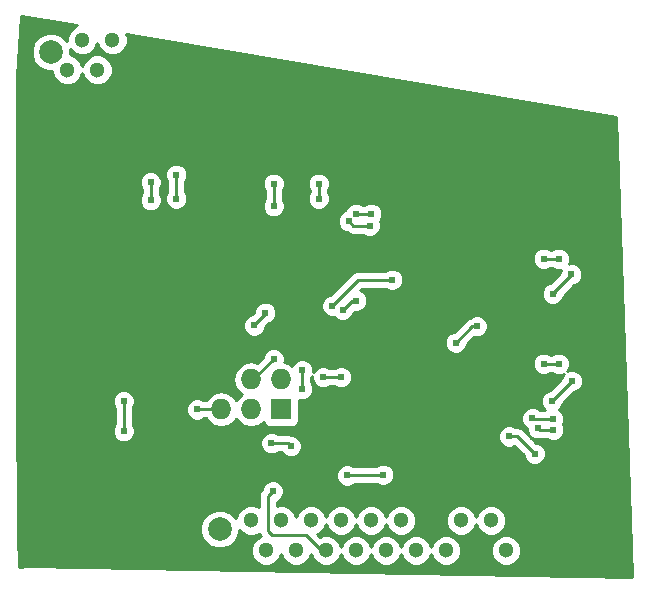
<source format=gbr>
G04 #@! TF.FileFunction,Copper,L2,Bot,Signal*
%FSLAX46Y46*%
G04 Gerber Fmt 4.6, Leading zero omitted, Abs format (unit mm)*
G04 Created by KiCad (PCBNEW 4.0.7-e2-6376~58~ubuntu16.04.1) date Sun Feb 11 11:03:39 2018*
%MOMM*%
%LPD*%
G01*
G04 APERTURE LIST*
%ADD10C,0.100000*%
%ADD11R,1.727200X1.727200*%
%ADD12O,1.727200X1.727200*%
%ADD13C,1.300000*%
%ADD14C,2.000000*%
%ADD15C,0.609600*%
%ADD16C,0.254000*%
G04 APERTURE END LIST*
D10*
D11*
X119380000Y-79438500D03*
D12*
X119380000Y-76898500D03*
X116840000Y-79438500D03*
X116840000Y-76898500D03*
X114300000Y-79438500D03*
X114300000Y-76898500D03*
D13*
X120650000Y-91376500D03*
X118110000Y-91376500D03*
X115570000Y-91376500D03*
X123190000Y-91376500D03*
X116840000Y-88836500D03*
X119380000Y-88836500D03*
X121920000Y-88836500D03*
X124460000Y-88836500D03*
X125730000Y-91376500D03*
X127000000Y-88836500D03*
X128270000Y-91376500D03*
X129540000Y-88836500D03*
X130810000Y-91376500D03*
X132080000Y-88836500D03*
X133350000Y-91376500D03*
X134620000Y-88836500D03*
X135890000Y-91376500D03*
X137160000Y-88836500D03*
X138430000Y-91376500D03*
X139700000Y-88836500D03*
D14*
X114170000Y-89576500D03*
D13*
X103822500Y-50673000D03*
X101282500Y-50673000D03*
X102552500Y-48133000D03*
X105092500Y-48133000D03*
D14*
X99882500Y-49173000D03*
D15*
X119380000Y-76771500D03*
X103378000Y-86868000D03*
X134683500Y-54229000D03*
X146685000Y-77343000D03*
X127190500Y-58166000D03*
X147066000Y-68008500D03*
X101346000Y-63182500D03*
X102997000Y-67627500D03*
X102171500Y-65341500D03*
X117983000Y-66167000D03*
X117856000Y-56642000D03*
X124968000Y-61976000D03*
X127508000Y-72898000D03*
X113665000Y-60325000D03*
X111950500Y-83820000D03*
X103505000Y-79375000D03*
X110490000Y-73660000D03*
X114300000Y-71120000D03*
X119380000Y-72390000D03*
X127635000Y-80645000D03*
X133985000Y-82550000D03*
X140970000Y-71120000D03*
X136525000Y-64135000D03*
X140335000Y-65405000D03*
X122555000Y-55880000D03*
X142875000Y-57150000D03*
X140335000Y-55880000D03*
X137795000Y-55245000D03*
X108585000Y-67945000D03*
X106680000Y-60960000D03*
X113030000Y-53975000D03*
X113665000Y-66675000D03*
X125730000Y-70231000D03*
X124587000Y-70993000D03*
X121158000Y-76136500D03*
X121158000Y-77724000D03*
X128778000Y-68453000D03*
X123698000Y-70675500D03*
X118745000Y-75184000D03*
X124460000Y-76708000D03*
X122936000Y-76708000D03*
X135953500Y-72390000D03*
X134175500Y-73787000D03*
X128016000Y-84963000D03*
X124968000Y-85026500D03*
X118554500Y-82296000D03*
X120205500Y-82550000D03*
X140843000Y-83185000D03*
X138684000Y-81724500D03*
X142875000Y-75565000D03*
X141605000Y-75565000D03*
X142875000Y-66675000D03*
X141605000Y-66675000D03*
X127000000Y-62865000D03*
X125730000Y-62865000D03*
X118745000Y-62230000D03*
X118745000Y-60325000D03*
X126873000Y-63881000D03*
X125095000Y-63500000D03*
X118681500Y-86360000D03*
X118046500Y-71247000D03*
X117094000Y-72326500D03*
X112268000Y-79438500D03*
X142430500Y-80264000D03*
X140652500Y-80200500D03*
X142303500Y-78740000D03*
X144018000Y-77025500D03*
X110490000Y-61595000D03*
X110490000Y-59563000D03*
X122555000Y-60325000D03*
X122555000Y-61595000D03*
X108331000Y-60198000D03*
X108331000Y-61722000D03*
X142430500Y-81153000D03*
X141097000Y-81026000D03*
X142367000Y-69659500D03*
X143954500Y-68008500D03*
X106045000Y-78740000D03*
X106045000Y-81280000D03*
D16*
X127600343Y-72990343D02*
X127635000Y-73025000D01*
X125349000Y-70231000D02*
X125730000Y-70231000D01*
X124587000Y-70993000D02*
X125349000Y-70231000D01*
X121158000Y-77724000D02*
X121158000Y-76136500D01*
X116840000Y-76898500D02*
X117030500Y-76898500D01*
X117030500Y-76898500D02*
X118745000Y-75184000D01*
X125920500Y-68453000D02*
X128778000Y-68453000D01*
X123698000Y-70675500D02*
X125920500Y-68453000D01*
X122936000Y-76708000D02*
X124460000Y-76708000D01*
X135572500Y-72390000D02*
X135953500Y-72390000D01*
X134175500Y-73787000D02*
X135572500Y-72390000D01*
X125031500Y-84963000D02*
X128016000Y-84963000D01*
X124968000Y-85026500D02*
X125031500Y-84963000D01*
X119951500Y-82296000D02*
X118554500Y-82296000D01*
X120205500Y-82550000D02*
X119951500Y-82296000D01*
X140843000Y-83185000D02*
X139382500Y-81724500D01*
X139382500Y-81724500D02*
X138684000Y-81724500D01*
X141605000Y-75565000D02*
X142875000Y-75565000D01*
X141605000Y-66675000D02*
X142875000Y-66675000D01*
X125730000Y-62865000D02*
X127000000Y-62865000D01*
X118745000Y-60325000D02*
X118745000Y-62230000D01*
X125476000Y-63881000D02*
X126873000Y-63881000D01*
X125095000Y-63500000D02*
X125476000Y-63881000D01*
X123190000Y-91376500D02*
X122745500Y-91376500D01*
X122745500Y-91376500D02*
X121475500Y-90106500D01*
X121475500Y-90106500D02*
X118618000Y-90106500D01*
X118618000Y-90106500D02*
X118237000Y-89725500D01*
X118237000Y-89725500D02*
X118237000Y-86804500D01*
X118237000Y-86804500D02*
X118681500Y-86360000D01*
X114300000Y-79438500D02*
X112268000Y-79438500D01*
X118046500Y-71374000D02*
X118046500Y-71247000D01*
X117094000Y-72326500D02*
X118046500Y-71374000D01*
X140716000Y-80264000D02*
X142430500Y-80264000D01*
X140652500Y-80200500D02*
X140716000Y-80264000D01*
X142303500Y-78740000D02*
X144018000Y-77025500D01*
X110490000Y-59563000D02*
X110490000Y-61595000D01*
X122555000Y-61595000D02*
X122555000Y-60325000D01*
X108331000Y-60198000D02*
X108331000Y-61722000D01*
X141224000Y-81153000D02*
X142430500Y-81153000D01*
X141097000Y-81026000D02*
X141224000Y-81153000D01*
X142367000Y-69659500D02*
X143954500Y-68072000D01*
X143954500Y-68072000D02*
X143954500Y-68008500D01*
X143954500Y-68008500D02*
X144018000Y-68008500D01*
X142303500Y-69659500D02*
X143954500Y-68008500D01*
X106045000Y-81280000D02*
X106045000Y-78740000D01*
G36*
X102106131Y-46927064D02*
X101825557Y-47042995D01*
X101463765Y-47404155D01*
X101267723Y-47876276D01*
X101267400Y-48246060D01*
X100809863Y-47787722D01*
X100209148Y-47538284D01*
X99558705Y-47537716D01*
X98957557Y-47786106D01*
X98497222Y-48245637D01*
X98247784Y-48846352D01*
X98247216Y-49496795D01*
X98495606Y-50097943D01*
X98955137Y-50558278D01*
X99555852Y-50807716D01*
X99997381Y-50808102D01*
X99997277Y-50927481D01*
X100192495Y-51399943D01*
X100553655Y-51761735D01*
X101025776Y-51957777D01*
X101536981Y-51958223D01*
X102009443Y-51763005D01*
X102371235Y-51401845D01*
X102552705Y-50964818D01*
X102732495Y-51399943D01*
X103093655Y-51761735D01*
X103565776Y-51957777D01*
X104076981Y-51958223D01*
X104549443Y-51763005D01*
X104911235Y-51401845D01*
X105107277Y-50929724D01*
X105107723Y-50418519D01*
X104912505Y-49946057D01*
X104551345Y-49584265D01*
X104079224Y-49388223D01*
X103568019Y-49387777D01*
X103095557Y-49582995D01*
X102733765Y-49944155D01*
X102552295Y-50381182D01*
X102372505Y-49946057D01*
X102011345Y-49584265D01*
X101539224Y-49388223D01*
X101517313Y-49388204D01*
X101517726Y-48915271D01*
X101823655Y-49221735D01*
X102295776Y-49417777D01*
X102806981Y-49418223D01*
X103279443Y-49223005D01*
X103641235Y-48861845D01*
X103822705Y-48424818D01*
X104002495Y-48859943D01*
X104363655Y-49221735D01*
X104835776Y-49417777D01*
X105346981Y-49418223D01*
X105819443Y-49223005D01*
X106181235Y-48861845D01*
X106377277Y-48389724D01*
X106377723Y-47878519D01*
X106279189Y-47640048D01*
X147704763Y-54717785D01*
X149093303Y-93660033D01*
X97919357Y-92710022D01*
X97907952Y-92710323D01*
X97153657Y-92764201D01*
X97125302Y-89900295D01*
X112534716Y-89900295D01*
X112783106Y-90501443D01*
X113242637Y-90961778D01*
X113843352Y-91211216D01*
X114493795Y-91211784D01*
X115094943Y-90963394D01*
X115555278Y-90503863D01*
X115804716Y-89903148D01*
X115804965Y-89618509D01*
X116111155Y-89925235D01*
X116583276Y-90121277D01*
X117094481Y-90121723D01*
X117518929Y-89946344D01*
X117533004Y-90017105D01*
X117592736Y-90106500D01*
X117641620Y-90179659D01*
X117383057Y-90286495D01*
X117021265Y-90647655D01*
X116825223Y-91119776D01*
X116824777Y-91630981D01*
X117019995Y-92103443D01*
X117381155Y-92465235D01*
X117853276Y-92661277D01*
X118364481Y-92661723D01*
X118836943Y-92466505D01*
X119198735Y-92105345D01*
X119380205Y-91668318D01*
X119559995Y-92103443D01*
X119921155Y-92465235D01*
X120393276Y-92661277D01*
X120904481Y-92661723D01*
X121376943Y-92466505D01*
X121738735Y-92105345D01*
X121920205Y-91668318D01*
X122099995Y-92103443D01*
X122461155Y-92465235D01*
X122933276Y-92661277D01*
X123444481Y-92661723D01*
X123916943Y-92466505D01*
X124278735Y-92105345D01*
X124460205Y-91668318D01*
X124639995Y-92103443D01*
X125001155Y-92465235D01*
X125473276Y-92661277D01*
X125984481Y-92661723D01*
X126456943Y-92466505D01*
X126818735Y-92105345D01*
X127000205Y-91668318D01*
X127179995Y-92103443D01*
X127541155Y-92465235D01*
X128013276Y-92661277D01*
X128524481Y-92661723D01*
X128996943Y-92466505D01*
X129358735Y-92105345D01*
X129540205Y-91668318D01*
X129719995Y-92103443D01*
X130081155Y-92465235D01*
X130553276Y-92661277D01*
X131064481Y-92661723D01*
X131536943Y-92466505D01*
X131898735Y-92105345D01*
X132080205Y-91668318D01*
X132259995Y-92103443D01*
X132621155Y-92465235D01*
X133093276Y-92661277D01*
X133604481Y-92661723D01*
X134076943Y-92466505D01*
X134438735Y-92105345D01*
X134634777Y-91633224D01*
X134634778Y-91630981D01*
X137144777Y-91630981D01*
X137339995Y-92103443D01*
X137701155Y-92465235D01*
X138173276Y-92661277D01*
X138684481Y-92661723D01*
X139156943Y-92466505D01*
X139518735Y-92105345D01*
X139714777Y-91633224D01*
X139715223Y-91122019D01*
X139520005Y-90649557D01*
X139158845Y-90287765D01*
X138686724Y-90091723D01*
X138175519Y-90091277D01*
X137703057Y-90286495D01*
X137341265Y-90647655D01*
X137145223Y-91119776D01*
X137144777Y-91630981D01*
X134634778Y-91630981D01*
X134635223Y-91122019D01*
X134440005Y-90649557D01*
X134078845Y-90287765D01*
X133606724Y-90091723D01*
X133095519Y-90091277D01*
X132623057Y-90286495D01*
X132261265Y-90647655D01*
X132079795Y-91084682D01*
X131900005Y-90649557D01*
X131538845Y-90287765D01*
X131066724Y-90091723D01*
X130555519Y-90091277D01*
X130083057Y-90286495D01*
X129721265Y-90647655D01*
X129539795Y-91084682D01*
X129360005Y-90649557D01*
X128998845Y-90287765D01*
X128526724Y-90091723D01*
X128015519Y-90091277D01*
X127543057Y-90286495D01*
X127181265Y-90647655D01*
X126999795Y-91084682D01*
X126820005Y-90649557D01*
X126458845Y-90287765D01*
X125986724Y-90091723D01*
X125475519Y-90091277D01*
X125003057Y-90286495D01*
X124641265Y-90647655D01*
X124459795Y-91084682D01*
X124280005Y-90649557D01*
X123918845Y-90287765D01*
X123446724Y-90091723D01*
X122935519Y-90091277D01*
X122654162Y-90207532D01*
X122453192Y-90006562D01*
X122646943Y-89926505D01*
X123008735Y-89565345D01*
X123190205Y-89128318D01*
X123369995Y-89563443D01*
X123731155Y-89925235D01*
X124203276Y-90121277D01*
X124714481Y-90121723D01*
X125186943Y-89926505D01*
X125548735Y-89565345D01*
X125730205Y-89128318D01*
X125909995Y-89563443D01*
X126271155Y-89925235D01*
X126743276Y-90121277D01*
X127254481Y-90121723D01*
X127726943Y-89926505D01*
X128088735Y-89565345D01*
X128270205Y-89128318D01*
X128449995Y-89563443D01*
X128811155Y-89925235D01*
X129283276Y-90121277D01*
X129794481Y-90121723D01*
X130266943Y-89926505D01*
X130628735Y-89565345D01*
X130824777Y-89093224D01*
X130824778Y-89090981D01*
X133334777Y-89090981D01*
X133529995Y-89563443D01*
X133891155Y-89925235D01*
X134363276Y-90121277D01*
X134874481Y-90121723D01*
X135346943Y-89926505D01*
X135708735Y-89565345D01*
X135890205Y-89128318D01*
X136069995Y-89563443D01*
X136431155Y-89925235D01*
X136903276Y-90121277D01*
X137414481Y-90121723D01*
X137886943Y-89926505D01*
X138248735Y-89565345D01*
X138444777Y-89093224D01*
X138445223Y-88582019D01*
X138250005Y-88109557D01*
X137888845Y-87747765D01*
X137416724Y-87551723D01*
X136905519Y-87551277D01*
X136433057Y-87746495D01*
X136071265Y-88107655D01*
X135889795Y-88544682D01*
X135710005Y-88109557D01*
X135348845Y-87747765D01*
X134876724Y-87551723D01*
X134365519Y-87551277D01*
X133893057Y-87746495D01*
X133531265Y-88107655D01*
X133335223Y-88579776D01*
X133334777Y-89090981D01*
X130824778Y-89090981D01*
X130825223Y-88582019D01*
X130630005Y-88109557D01*
X130268845Y-87747765D01*
X129796724Y-87551723D01*
X129285519Y-87551277D01*
X128813057Y-87746495D01*
X128451265Y-88107655D01*
X128269795Y-88544682D01*
X128090005Y-88109557D01*
X127728845Y-87747765D01*
X127256724Y-87551723D01*
X126745519Y-87551277D01*
X126273057Y-87746495D01*
X125911265Y-88107655D01*
X125729795Y-88544682D01*
X125550005Y-88109557D01*
X125188845Y-87747765D01*
X124716724Y-87551723D01*
X124205519Y-87551277D01*
X123733057Y-87746495D01*
X123371265Y-88107655D01*
X123189795Y-88544682D01*
X123010005Y-88109557D01*
X122648845Y-87747765D01*
X122176724Y-87551723D01*
X121665519Y-87551277D01*
X121193057Y-87746495D01*
X120831265Y-88107655D01*
X120649795Y-88544682D01*
X120470005Y-88109557D01*
X120108845Y-87747765D01*
X119636724Y-87551723D01*
X119125519Y-87551277D01*
X118999000Y-87603554D01*
X118999000Y-87245677D01*
X119213159Y-87157188D01*
X119477759Y-86893049D01*
X119621137Y-86547758D01*
X119621463Y-86173882D01*
X119478688Y-85828341D01*
X119214549Y-85563741D01*
X118869258Y-85420363D01*
X118495382Y-85420037D01*
X118149841Y-85562812D01*
X117885241Y-85826951D01*
X117741863Y-86172242D01*
X117741820Y-86222050D01*
X117698185Y-86265685D01*
X117533004Y-86512895D01*
X117475000Y-86804500D01*
X117475000Y-87708797D01*
X117096724Y-87551723D01*
X116585519Y-87551277D01*
X116113057Y-87746495D01*
X115751265Y-88107655D01*
X115555223Y-88579776D01*
X115555162Y-88649822D01*
X115097363Y-88191222D01*
X114496648Y-87941784D01*
X113846205Y-87941216D01*
X113245057Y-88189606D01*
X112784722Y-88649137D01*
X112535284Y-89249852D01*
X112534716Y-89900295D01*
X97125302Y-89900295D01*
X97078890Y-85212618D01*
X124028037Y-85212618D01*
X124170812Y-85558159D01*
X124434951Y-85822759D01*
X124780242Y-85966137D01*
X125154118Y-85966463D01*
X125499659Y-85823688D01*
X125598519Y-85725000D01*
X127448752Y-85725000D01*
X127482951Y-85759259D01*
X127828242Y-85902637D01*
X128202118Y-85902963D01*
X128547659Y-85760188D01*
X128812259Y-85496049D01*
X128955637Y-85150758D01*
X128955963Y-84776882D01*
X128813188Y-84431341D01*
X128549049Y-84166741D01*
X128203758Y-84023363D01*
X127829882Y-84023037D01*
X127484341Y-84165812D01*
X127449092Y-84201000D01*
X125430629Y-84201000D01*
X125155758Y-84086863D01*
X124781882Y-84086537D01*
X124436341Y-84229312D01*
X124171741Y-84493451D01*
X124028363Y-84838742D01*
X124028037Y-85212618D01*
X97078890Y-85212618D01*
X97051855Y-82482118D01*
X117614537Y-82482118D01*
X117757312Y-82827659D01*
X118021451Y-83092259D01*
X118366742Y-83235637D01*
X118740618Y-83235963D01*
X119086159Y-83093188D01*
X119121408Y-83058000D01*
X119398536Y-83058000D01*
X119408312Y-83081659D01*
X119672451Y-83346259D01*
X120017742Y-83489637D01*
X120391618Y-83489963D01*
X120737159Y-83347188D01*
X121001759Y-83083049D01*
X121145137Y-82737758D01*
X121145463Y-82363882D01*
X121002688Y-82018341D01*
X120895153Y-81910618D01*
X137744037Y-81910618D01*
X137886812Y-82256159D01*
X138150951Y-82520759D01*
X138496242Y-82664137D01*
X138870118Y-82664463D01*
X139135273Y-82554903D01*
X139903079Y-83322709D01*
X139903037Y-83371118D01*
X140045812Y-83716659D01*
X140309951Y-83981259D01*
X140655242Y-84124637D01*
X141029118Y-84124963D01*
X141374659Y-83982188D01*
X141639259Y-83718049D01*
X141782637Y-83372758D01*
X141782963Y-82998882D01*
X141640188Y-82653341D01*
X141376049Y-82388741D01*
X141030758Y-82245363D01*
X140980950Y-82245320D01*
X139921315Y-81185685D01*
X139674105Y-81020504D01*
X139382500Y-80962500D01*
X139251248Y-80962500D01*
X139217049Y-80928241D01*
X138871758Y-80784863D01*
X138497882Y-80784537D01*
X138152341Y-80927312D01*
X137887741Y-81191451D01*
X137744363Y-81536742D01*
X137744037Y-81910618D01*
X120895153Y-81910618D01*
X120738549Y-81753741D01*
X120393258Y-81610363D01*
X120270421Y-81610256D01*
X120243105Y-81592004D01*
X119951500Y-81534000D01*
X119121748Y-81534000D01*
X119087549Y-81499741D01*
X118742258Y-81356363D01*
X118368382Y-81356037D01*
X118022841Y-81498812D01*
X117758241Y-81762951D01*
X117614863Y-82108242D01*
X117614537Y-82482118D01*
X97051855Y-82482118D01*
X97016647Y-78926118D01*
X105105037Y-78926118D01*
X105247812Y-79271659D01*
X105283000Y-79306908D01*
X105283000Y-80712752D01*
X105248741Y-80746951D01*
X105105363Y-81092242D01*
X105105037Y-81466118D01*
X105247812Y-81811659D01*
X105511951Y-82076259D01*
X105857242Y-82219637D01*
X106231118Y-82219963D01*
X106576659Y-82077188D01*
X106841259Y-81813049D01*
X106984637Y-81467758D01*
X106984963Y-81093882D01*
X106842188Y-80748341D01*
X106807000Y-80713092D01*
X106807000Y-79624618D01*
X111328037Y-79624618D01*
X111470812Y-79970159D01*
X111734951Y-80234759D01*
X112080242Y-80378137D01*
X112454118Y-80378463D01*
X112799659Y-80235688D01*
X112834908Y-80200500D01*
X113021816Y-80200500D01*
X113240330Y-80527529D01*
X113726511Y-80852385D01*
X114300000Y-80966459D01*
X114873489Y-80852385D01*
X115359670Y-80527529D01*
X115570000Y-80212748D01*
X115780330Y-80527529D01*
X116266511Y-80852385D01*
X116840000Y-80966459D01*
X117413489Y-80852385D01*
X117899670Y-80527529D01*
X117908805Y-80513858D01*
X117913238Y-80537417D01*
X118052310Y-80753541D01*
X118264510Y-80898531D01*
X118516400Y-80949540D01*
X120243600Y-80949540D01*
X120478917Y-80905262D01*
X120695041Y-80766190D01*
X120840031Y-80553990D01*
X120873924Y-80386618D01*
X139712537Y-80386618D01*
X139855312Y-80732159D01*
X140119451Y-80996759D01*
X140157211Y-81012438D01*
X140157037Y-81212118D01*
X140299812Y-81557659D01*
X140563951Y-81822259D01*
X140909242Y-81965637D01*
X141283118Y-81965963D01*
X141406458Y-81915000D01*
X141863252Y-81915000D01*
X141897451Y-81949259D01*
X142242742Y-82092637D01*
X142616618Y-82092963D01*
X142962159Y-81950188D01*
X143226759Y-81686049D01*
X143370137Y-81340758D01*
X143370463Y-80966882D01*
X143263615Y-80708291D01*
X143370137Y-80451758D01*
X143370463Y-80077882D01*
X143227688Y-79732341D01*
X142963549Y-79467741D01*
X142922007Y-79450491D01*
X143099759Y-79273049D01*
X143243137Y-78927758D01*
X143243180Y-78877950D01*
X144155709Y-77965421D01*
X144204118Y-77965463D01*
X144549659Y-77822688D01*
X144814259Y-77558549D01*
X144957637Y-77213258D01*
X144957963Y-76839382D01*
X144815188Y-76493841D01*
X144551049Y-76229241D01*
X144205758Y-76085863D01*
X143831882Y-76085537D01*
X143579207Y-76189940D01*
X143671259Y-76098049D01*
X143814637Y-75752758D01*
X143814963Y-75378882D01*
X143672188Y-75033341D01*
X143408049Y-74768741D01*
X143062758Y-74625363D01*
X142688882Y-74625037D01*
X142343341Y-74767812D01*
X142308092Y-74803000D01*
X142172248Y-74803000D01*
X142138049Y-74768741D01*
X141792758Y-74625363D01*
X141418882Y-74625037D01*
X141073341Y-74767812D01*
X140808741Y-75031951D01*
X140665363Y-75377242D01*
X140665037Y-75751118D01*
X140807812Y-76096659D01*
X141071951Y-76361259D01*
X141417242Y-76504637D01*
X141791118Y-76504963D01*
X142136659Y-76362188D01*
X142171908Y-76327000D01*
X142307752Y-76327000D01*
X142341951Y-76361259D01*
X142687242Y-76504637D01*
X143061118Y-76504963D01*
X143313793Y-76400560D01*
X143221741Y-76492451D01*
X143078363Y-76837742D01*
X143078320Y-76887550D01*
X142165791Y-77800079D01*
X142117382Y-77800037D01*
X141771841Y-77942812D01*
X141507241Y-78206951D01*
X141363863Y-78552242D01*
X141363537Y-78926118D01*
X141506312Y-79271659D01*
X141736252Y-79502000D01*
X141283138Y-79502000D01*
X141185549Y-79404241D01*
X140840258Y-79260863D01*
X140466382Y-79260537D01*
X140120841Y-79403312D01*
X139856241Y-79667451D01*
X139712863Y-80012742D01*
X139712537Y-80386618D01*
X120873924Y-80386618D01*
X120891040Y-80302100D01*
X120891040Y-78630749D01*
X120970242Y-78663637D01*
X121344118Y-78663963D01*
X121689659Y-78521188D01*
X121954259Y-78257049D01*
X122097637Y-77911758D01*
X122097963Y-77537882D01*
X121955188Y-77192341D01*
X121920000Y-77157092D01*
X121920000Y-76703748D01*
X121954259Y-76669549D01*
X121996321Y-76568253D01*
X121996037Y-76894118D01*
X122138812Y-77239659D01*
X122402951Y-77504259D01*
X122748242Y-77647637D01*
X123122118Y-77647963D01*
X123467659Y-77505188D01*
X123502908Y-77470000D01*
X123892752Y-77470000D01*
X123926951Y-77504259D01*
X124272242Y-77647637D01*
X124646118Y-77647963D01*
X124991659Y-77505188D01*
X125256259Y-77241049D01*
X125399637Y-76895758D01*
X125399963Y-76521882D01*
X125257188Y-76176341D01*
X124993049Y-75911741D01*
X124647758Y-75768363D01*
X124273882Y-75768037D01*
X123928341Y-75910812D01*
X123893092Y-75946000D01*
X123503248Y-75946000D01*
X123469049Y-75911741D01*
X123123758Y-75768363D01*
X122749882Y-75768037D01*
X122404341Y-75910812D01*
X122139741Y-76174951D01*
X122097679Y-76276247D01*
X122097963Y-75950382D01*
X121955188Y-75604841D01*
X121691049Y-75340241D01*
X121345758Y-75196863D01*
X120971882Y-75196537D01*
X120626341Y-75339312D01*
X120361741Y-75603451D01*
X120311699Y-75723964D01*
X119953489Y-75484615D01*
X119661862Y-75426607D01*
X119684637Y-75371758D01*
X119684963Y-74997882D01*
X119542188Y-74652341D01*
X119278049Y-74387741D01*
X118932758Y-74244363D01*
X118558882Y-74244037D01*
X118213341Y-74386812D01*
X117948741Y-74650951D01*
X117805363Y-74996242D01*
X117805320Y-75046050D01*
X117374509Y-75476861D01*
X116840000Y-75370541D01*
X116266511Y-75484615D01*
X115780330Y-75809471D01*
X115455474Y-76295652D01*
X115341400Y-76869141D01*
X115341400Y-76927859D01*
X115455474Y-77501348D01*
X115780330Y-77987529D01*
X116051172Y-78168500D01*
X115780330Y-78349471D01*
X115570000Y-78664252D01*
X115359670Y-78349471D01*
X114873489Y-78024615D01*
X114300000Y-77910541D01*
X113726511Y-78024615D01*
X113240330Y-78349471D01*
X113021816Y-78676500D01*
X112835248Y-78676500D01*
X112801049Y-78642241D01*
X112455758Y-78498863D01*
X112081882Y-78498537D01*
X111736341Y-78641312D01*
X111471741Y-78905451D01*
X111328363Y-79250742D01*
X111328037Y-79624618D01*
X106807000Y-79624618D01*
X106807000Y-79307248D01*
X106841259Y-79273049D01*
X106984637Y-78927758D01*
X106984963Y-78553882D01*
X106842188Y-78208341D01*
X106578049Y-77943741D01*
X106232758Y-77800363D01*
X105858882Y-77800037D01*
X105513341Y-77942812D01*
X105248741Y-78206951D01*
X105105363Y-78552242D01*
X105105037Y-78926118D01*
X97016647Y-78926118D01*
X97014500Y-78709363D01*
X97014500Y-73973118D01*
X133235537Y-73973118D01*
X133378312Y-74318659D01*
X133642451Y-74583259D01*
X133987742Y-74726637D01*
X134361618Y-74726963D01*
X134707159Y-74584188D01*
X134971759Y-74320049D01*
X135115137Y-73974758D01*
X135115180Y-73924950D01*
X135726704Y-73313427D01*
X135765742Y-73329637D01*
X136139618Y-73329963D01*
X136485159Y-73187188D01*
X136749759Y-72923049D01*
X136893137Y-72577758D01*
X136893463Y-72203882D01*
X136750688Y-71858341D01*
X136486549Y-71593741D01*
X136141258Y-71450363D01*
X135767382Y-71450037D01*
X135421841Y-71592812D01*
X135340329Y-71674182D01*
X135280895Y-71686004D01*
X135033684Y-71851185D01*
X134037791Y-72847079D01*
X133989382Y-72847037D01*
X133643841Y-72989812D01*
X133379241Y-73253951D01*
X133235863Y-73599242D01*
X133235537Y-73973118D01*
X97014500Y-73973118D01*
X97014500Y-72512618D01*
X116154037Y-72512618D01*
X116296812Y-72858159D01*
X116560951Y-73122759D01*
X116906242Y-73266137D01*
X117280118Y-73266463D01*
X117625659Y-73123688D01*
X117890259Y-72859549D01*
X118033637Y-72514258D01*
X118033680Y-72464450D01*
X118366478Y-72131653D01*
X118578159Y-72044188D01*
X118842759Y-71780049D01*
X118986137Y-71434758D01*
X118986463Y-71060882D01*
X118904129Y-70861618D01*
X122758037Y-70861618D01*
X122900812Y-71207159D01*
X123164951Y-71471759D01*
X123510242Y-71615137D01*
X123880455Y-71615460D01*
X124053951Y-71789259D01*
X124399242Y-71932637D01*
X124773118Y-71932963D01*
X125118659Y-71790188D01*
X125383259Y-71526049D01*
X125526637Y-71180758D01*
X125526651Y-71164163D01*
X125542242Y-71170637D01*
X125916118Y-71170963D01*
X126261659Y-71028188D01*
X126526259Y-70764049D01*
X126669637Y-70418758D01*
X126669963Y-70044882D01*
X126527188Y-69699341D01*
X126263049Y-69434741D01*
X126088761Y-69362370D01*
X126236131Y-69215000D01*
X128210752Y-69215000D01*
X128244951Y-69249259D01*
X128590242Y-69392637D01*
X128964118Y-69392963D01*
X129309659Y-69250188D01*
X129574259Y-68986049D01*
X129717637Y-68640758D01*
X129717963Y-68266882D01*
X129575188Y-67921341D01*
X129311049Y-67656741D01*
X128965758Y-67513363D01*
X128591882Y-67513037D01*
X128246341Y-67655812D01*
X128211092Y-67691000D01*
X125920500Y-67691000D01*
X125628895Y-67749004D01*
X125581914Y-67780396D01*
X125381685Y-67914184D01*
X123560291Y-69735579D01*
X123511882Y-69735537D01*
X123166341Y-69878312D01*
X122901741Y-70142451D01*
X122758363Y-70487742D01*
X122758037Y-70861618D01*
X118904129Y-70861618D01*
X118843688Y-70715341D01*
X118579549Y-70450741D01*
X118234258Y-70307363D01*
X117860382Y-70307037D01*
X117514841Y-70449812D01*
X117250241Y-70713951D01*
X117106863Y-71059242D01*
X117106709Y-71236161D01*
X116956290Y-71386579D01*
X116907882Y-71386537D01*
X116562341Y-71529312D01*
X116297741Y-71793451D01*
X116154363Y-72138742D01*
X116154037Y-72512618D01*
X97014500Y-72512618D01*
X97014500Y-66861118D01*
X140665037Y-66861118D01*
X140807812Y-67206659D01*
X141071951Y-67471259D01*
X141417242Y-67614637D01*
X141791118Y-67614963D01*
X142136659Y-67472188D01*
X142171908Y-67437000D01*
X142307752Y-67437000D01*
X142341951Y-67471259D01*
X142687242Y-67614637D01*
X143061118Y-67614963D01*
X143108427Y-67595415D01*
X143014863Y-67820742D01*
X143014820Y-67870550D01*
X142155236Y-68730134D01*
X141835341Y-68862312D01*
X141570741Y-69126451D01*
X141427363Y-69471742D01*
X141427037Y-69845618D01*
X141569812Y-70191159D01*
X141833951Y-70455759D01*
X142179242Y-70599137D01*
X142553118Y-70599463D01*
X142898659Y-70456688D01*
X143163259Y-70192549D01*
X143306637Y-69847258D01*
X143306680Y-69797450D01*
X144166264Y-68937866D01*
X144486159Y-68805688D01*
X144750759Y-68541549D01*
X144894137Y-68196258D01*
X144894463Y-67822382D01*
X144751688Y-67476841D01*
X144487549Y-67212241D01*
X144142258Y-67068863D01*
X143768382Y-67068537D01*
X143721073Y-67088085D01*
X143814637Y-66862758D01*
X143814963Y-66488882D01*
X143672188Y-66143341D01*
X143408049Y-65878741D01*
X143062758Y-65735363D01*
X142688882Y-65735037D01*
X142343341Y-65877812D01*
X142308092Y-65913000D01*
X142172248Y-65913000D01*
X142138049Y-65878741D01*
X141792758Y-65735363D01*
X141418882Y-65735037D01*
X141073341Y-65877812D01*
X140808741Y-66141951D01*
X140665363Y-66487242D01*
X140665037Y-66861118D01*
X97014500Y-66861118D01*
X97014500Y-63686118D01*
X124155037Y-63686118D01*
X124297812Y-64031659D01*
X124561951Y-64296259D01*
X124907242Y-64439637D01*
X124966928Y-64439689D01*
X125184395Y-64584996D01*
X125476000Y-64643000D01*
X126305752Y-64643000D01*
X126339951Y-64677259D01*
X126685242Y-64820637D01*
X127059118Y-64820963D01*
X127404659Y-64678188D01*
X127669259Y-64414049D01*
X127812637Y-64068758D01*
X127812963Y-63694882D01*
X127721252Y-63472925D01*
X127796259Y-63398049D01*
X127939637Y-63052758D01*
X127939963Y-62678882D01*
X127797188Y-62333341D01*
X127533049Y-62068741D01*
X127187758Y-61925363D01*
X126813882Y-61925037D01*
X126468341Y-62067812D01*
X126433092Y-62103000D01*
X126297248Y-62103000D01*
X126263049Y-62068741D01*
X125917758Y-61925363D01*
X125543882Y-61925037D01*
X125198341Y-62067812D01*
X124933741Y-62331951D01*
X124824564Y-62594876D01*
X124563341Y-62702812D01*
X124298741Y-62966951D01*
X124155363Y-63312242D01*
X124155037Y-63686118D01*
X97014500Y-63686118D01*
X97014500Y-60384118D01*
X107391037Y-60384118D01*
X107533812Y-60729659D01*
X107569000Y-60764908D01*
X107569000Y-61154752D01*
X107534741Y-61188951D01*
X107391363Y-61534242D01*
X107391037Y-61908118D01*
X107533812Y-62253659D01*
X107797951Y-62518259D01*
X108143242Y-62661637D01*
X108517118Y-62661963D01*
X108862659Y-62519188D01*
X109127259Y-62255049D01*
X109270637Y-61909758D01*
X109270963Y-61535882D01*
X109128188Y-61190341D01*
X109093000Y-61155092D01*
X109093000Y-60765248D01*
X109127259Y-60731049D01*
X109270637Y-60385758D01*
X109270963Y-60011882D01*
X109162391Y-59749118D01*
X109550037Y-59749118D01*
X109692812Y-60094659D01*
X109728000Y-60129908D01*
X109728000Y-61027752D01*
X109693741Y-61061951D01*
X109550363Y-61407242D01*
X109550037Y-61781118D01*
X109692812Y-62126659D01*
X109956951Y-62391259D01*
X110302242Y-62534637D01*
X110676118Y-62534963D01*
X111021659Y-62392188D01*
X111286259Y-62128049D01*
X111429637Y-61782758D01*
X111429963Y-61408882D01*
X111287188Y-61063341D01*
X111252000Y-61028092D01*
X111252000Y-60511118D01*
X117805037Y-60511118D01*
X117947812Y-60856659D01*
X117983000Y-60891908D01*
X117983000Y-61662752D01*
X117948741Y-61696951D01*
X117805363Y-62042242D01*
X117805037Y-62416118D01*
X117947812Y-62761659D01*
X118211951Y-63026259D01*
X118557242Y-63169637D01*
X118931118Y-63169963D01*
X119276659Y-63027188D01*
X119541259Y-62763049D01*
X119684637Y-62417758D01*
X119684963Y-62043882D01*
X119542188Y-61698341D01*
X119507000Y-61663092D01*
X119507000Y-60892248D01*
X119541259Y-60858049D01*
X119684637Y-60512758D01*
X119684638Y-60511118D01*
X121615037Y-60511118D01*
X121757812Y-60856659D01*
X121793000Y-60891908D01*
X121793000Y-61027752D01*
X121758741Y-61061951D01*
X121615363Y-61407242D01*
X121615037Y-61781118D01*
X121757812Y-62126659D01*
X122021951Y-62391259D01*
X122367242Y-62534637D01*
X122741118Y-62534963D01*
X123086659Y-62392188D01*
X123351259Y-62128049D01*
X123494637Y-61782758D01*
X123494963Y-61408882D01*
X123352188Y-61063341D01*
X123317000Y-61028092D01*
X123317000Y-60892248D01*
X123351259Y-60858049D01*
X123494637Y-60512758D01*
X123494963Y-60138882D01*
X123352188Y-59793341D01*
X123088049Y-59528741D01*
X122742758Y-59385363D01*
X122368882Y-59385037D01*
X122023341Y-59527812D01*
X121758741Y-59791951D01*
X121615363Y-60137242D01*
X121615037Y-60511118D01*
X119684638Y-60511118D01*
X119684963Y-60138882D01*
X119542188Y-59793341D01*
X119278049Y-59528741D01*
X118932758Y-59385363D01*
X118558882Y-59385037D01*
X118213341Y-59527812D01*
X117948741Y-59791951D01*
X117805363Y-60137242D01*
X117805037Y-60511118D01*
X111252000Y-60511118D01*
X111252000Y-60130248D01*
X111286259Y-60096049D01*
X111429637Y-59750758D01*
X111429963Y-59376882D01*
X111287188Y-59031341D01*
X111023049Y-58766741D01*
X110677758Y-58623363D01*
X110303882Y-58623037D01*
X109958341Y-58765812D01*
X109693741Y-59029951D01*
X109550363Y-59375242D01*
X109550037Y-59749118D01*
X109162391Y-59749118D01*
X109128188Y-59666341D01*
X108864049Y-59401741D01*
X108518758Y-59258363D01*
X108144882Y-59258037D01*
X107799341Y-59400812D01*
X107534741Y-59664951D01*
X107391363Y-60010242D01*
X107391037Y-60384118D01*
X97014500Y-60384118D01*
X97014500Y-51225619D01*
X97398179Y-46122690D01*
X102106131Y-46927064D01*
X102106131Y-46927064D01*
G37*
X102106131Y-46927064D02*
X101825557Y-47042995D01*
X101463765Y-47404155D01*
X101267723Y-47876276D01*
X101267400Y-48246060D01*
X100809863Y-47787722D01*
X100209148Y-47538284D01*
X99558705Y-47537716D01*
X98957557Y-47786106D01*
X98497222Y-48245637D01*
X98247784Y-48846352D01*
X98247216Y-49496795D01*
X98495606Y-50097943D01*
X98955137Y-50558278D01*
X99555852Y-50807716D01*
X99997381Y-50808102D01*
X99997277Y-50927481D01*
X100192495Y-51399943D01*
X100553655Y-51761735D01*
X101025776Y-51957777D01*
X101536981Y-51958223D01*
X102009443Y-51763005D01*
X102371235Y-51401845D01*
X102552705Y-50964818D01*
X102732495Y-51399943D01*
X103093655Y-51761735D01*
X103565776Y-51957777D01*
X104076981Y-51958223D01*
X104549443Y-51763005D01*
X104911235Y-51401845D01*
X105107277Y-50929724D01*
X105107723Y-50418519D01*
X104912505Y-49946057D01*
X104551345Y-49584265D01*
X104079224Y-49388223D01*
X103568019Y-49387777D01*
X103095557Y-49582995D01*
X102733765Y-49944155D01*
X102552295Y-50381182D01*
X102372505Y-49946057D01*
X102011345Y-49584265D01*
X101539224Y-49388223D01*
X101517313Y-49388204D01*
X101517726Y-48915271D01*
X101823655Y-49221735D01*
X102295776Y-49417777D01*
X102806981Y-49418223D01*
X103279443Y-49223005D01*
X103641235Y-48861845D01*
X103822705Y-48424818D01*
X104002495Y-48859943D01*
X104363655Y-49221735D01*
X104835776Y-49417777D01*
X105346981Y-49418223D01*
X105819443Y-49223005D01*
X106181235Y-48861845D01*
X106377277Y-48389724D01*
X106377723Y-47878519D01*
X106279189Y-47640048D01*
X147704763Y-54717785D01*
X149093303Y-93660033D01*
X97919357Y-92710022D01*
X97907952Y-92710323D01*
X97153657Y-92764201D01*
X97125302Y-89900295D01*
X112534716Y-89900295D01*
X112783106Y-90501443D01*
X113242637Y-90961778D01*
X113843352Y-91211216D01*
X114493795Y-91211784D01*
X115094943Y-90963394D01*
X115555278Y-90503863D01*
X115804716Y-89903148D01*
X115804965Y-89618509D01*
X116111155Y-89925235D01*
X116583276Y-90121277D01*
X117094481Y-90121723D01*
X117518929Y-89946344D01*
X117533004Y-90017105D01*
X117592736Y-90106500D01*
X117641620Y-90179659D01*
X117383057Y-90286495D01*
X117021265Y-90647655D01*
X116825223Y-91119776D01*
X116824777Y-91630981D01*
X117019995Y-92103443D01*
X117381155Y-92465235D01*
X117853276Y-92661277D01*
X118364481Y-92661723D01*
X118836943Y-92466505D01*
X119198735Y-92105345D01*
X119380205Y-91668318D01*
X119559995Y-92103443D01*
X119921155Y-92465235D01*
X120393276Y-92661277D01*
X120904481Y-92661723D01*
X121376943Y-92466505D01*
X121738735Y-92105345D01*
X121920205Y-91668318D01*
X122099995Y-92103443D01*
X122461155Y-92465235D01*
X122933276Y-92661277D01*
X123444481Y-92661723D01*
X123916943Y-92466505D01*
X124278735Y-92105345D01*
X124460205Y-91668318D01*
X124639995Y-92103443D01*
X125001155Y-92465235D01*
X125473276Y-92661277D01*
X125984481Y-92661723D01*
X126456943Y-92466505D01*
X126818735Y-92105345D01*
X127000205Y-91668318D01*
X127179995Y-92103443D01*
X127541155Y-92465235D01*
X128013276Y-92661277D01*
X128524481Y-92661723D01*
X128996943Y-92466505D01*
X129358735Y-92105345D01*
X129540205Y-91668318D01*
X129719995Y-92103443D01*
X130081155Y-92465235D01*
X130553276Y-92661277D01*
X131064481Y-92661723D01*
X131536943Y-92466505D01*
X131898735Y-92105345D01*
X132080205Y-91668318D01*
X132259995Y-92103443D01*
X132621155Y-92465235D01*
X133093276Y-92661277D01*
X133604481Y-92661723D01*
X134076943Y-92466505D01*
X134438735Y-92105345D01*
X134634777Y-91633224D01*
X134634778Y-91630981D01*
X137144777Y-91630981D01*
X137339995Y-92103443D01*
X137701155Y-92465235D01*
X138173276Y-92661277D01*
X138684481Y-92661723D01*
X139156943Y-92466505D01*
X139518735Y-92105345D01*
X139714777Y-91633224D01*
X139715223Y-91122019D01*
X139520005Y-90649557D01*
X139158845Y-90287765D01*
X138686724Y-90091723D01*
X138175519Y-90091277D01*
X137703057Y-90286495D01*
X137341265Y-90647655D01*
X137145223Y-91119776D01*
X137144777Y-91630981D01*
X134634778Y-91630981D01*
X134635223Y-91122019D01*
X134440005Y-90649557D01*
X134078845Y-90287765D01*
X133606724Y-90091723D01*
X133095519Y-90091277D01*
X132623057Y-90286495D01*
X132261265Y-90647655D01*
X132079795Y-91084682D01*
X131900005Y-90649557D01*
X131538845Y-90287765D01*
X131066724Y-90091723D01*
X130555519Y-90091277D01*
X130083057Y-90286495D01*
X129721265Y-90647655D01*
X129539795Y-91084682D01*
X129360005Y-90649557D01*
X128998845Y-90287765D01*
X128526724Y-90091723D01*
X128015519Y-90091277D01*
X127543057Y-90286495D01*
X127181265Y-90647655D01*
X126999795Y-91084682D01*
X126820005Y-90649557D01*
X126458845Y-90287765D01*
X125986724Y-90091723D01*
X125475519Y-90091277D01*
X125003057Y-90286495D01*
X124641265Y-90647655D01*
X124459795Y-91084682D01*
X124280005Y-90649557D01*
X123918845Y-90287765D01*
X123446724Y-90091723D01*
X122935519Y-90091277D01*
X122654162Y-90207532D01*
X122453192Y-90006562D01*
X122646943Y-89926505D01*
X123008735Y-89565345D01*
X123190205Y-89128318D01*
X123369995Y-89563443D01*
X123731155Y-89925235D01*
X124203276Y-90121277D01*
X124714481Y-90121723D01*
X125186943Y-89926505D01*
X125548735Y-89565345D01*
X125730205Y-89128318D01*
X125909995Y-89563443D01*
X126271155Y-89925235D01*
X126743276Y-90121277D01*
X127254481Y-90121723D01*
X127726943Y-89926505D01*
X128088735Y-89565345D01*
X128270205Y-89128318D01*
X128449995Y-89563443D01*
X128811155Y-89925235D01*
X129283276Y-90121277D01*
X129794481Y-90121723D01*
X130266943Y-89926505D01*
X130628735Y-89565345D01*
X130824777Y-89093224D01*
X130824778Y-89090981D01*
X133334777Y-89090981D01*
X133529995Y-89563443D01*
X133891155Y-89925235D01*
X134363276Y-90121277D01*
X134874481Y-90121723D01*
X135346943Y-89926505D01*
X135708735Y-89565345D01*
X135890205Y-89128318D01*
X136069995Y-89563443D01*
X136431155Y-89925235D01*
X136903276Y-90121277D01*
X137414481Y-90121723D01*
X137886943Y-89926505D01*
X138248735Y-89565345D01*
X138444777Y-89093224D01*
X138445223Y-88582019D01*
X138250005Y-88109557D01*
X137888845Y-87747765D01*
X137416724Y-87551723D01*
X136905519Y-87551277D01*
X136433057Y-87746495D01*
X136071265Y-88107655D01*
X135889795Y-88544682D01*
X135710005Y-88109557D01*
X135348845Y-87747765D01*
X134876724Y-87551723D01*
X134365519Y-87551277D01*
X133893057Y-87746495D01*
X133531265Y-88107655D01*
X133335223Y-88579776D01*
X133334777Y-89090981D01*
X130824778Y-89090981D01*
X130825223Y-88582019D01*
X130630005Y-88109557D01*
X130268845Y-87747765D01*
X129796724Y-87551723D01*
X129285519Y-87551277D01*
X128813057Y-87746495D01*
X128451265Y-88107655D01*
X128269795Y-88544682D01*
X128090005Y-88109557D01*
X127728845Y-87747765D01*
X127256724Y-87551723D01*
X126745519Y-87551277D01*
X126273057Y-87746495D01*
X125911265Y-88107655D01*
X125729795Y-88544682D01*
X125550005Y-88109557D01*
X125188845Y-87747765D01*
X124716724Y-87551723D01*
X124205519Y-87551277D01*
X123733057Y-87746495D01*
X123371265Y-88107655D01*
X123189795Y-88544682D01*
X123010005Y-88109557D01*
X122648845Y-87747765D01*
X122176724Y-87551723D01*
X121665519Y-87551277D01*
X121193057Y-87746495D01*
X120831265Y-88107655D01*
X120649795Y-88544682D01*
X120470005Y-88109557D01*
X120108845Y-87747765D01*
X119636724Y-87551723D01*
X119125519Y-87551277D01*
X118999000Y-87603554D01*
X118999000Y-87245677D01*
X119213159Y-87157188D01*
X119477759Y-86893049D01*
X119621137Y-86547758D01*
X119621463Y-86173882D01*
X119478688Y-85828341D01*
X119214549Y-85563741D01*
X118869258Y-85420363D01*
X118495382Y-85420037D01*
X118149841Y-85562812D01*
X117885241Y-85826951D01*
X117741863Y-86172242D01*
X117741820Y-86222050D01*
X117698185Y-86265685D01*
X117533004Y-86512895D01*
X117475000Y-86804500D01*
X117475000Y-87708797D01*
X117096724Y-87551723D01*
X116585519Y-87551277D01*
X116113057Y-87746495D01*
X115751265Y-88107655D01*
X115555223Y-88579776D01*
X115555162Y-88649822D01*
X115097363Y-88191222D01*
X114496648Y-87941784D01*
X113846205Y-87941216D01*
X113245057Y-88189606D01*
X112784722Y-88649137D01*
X112535284Y-89249852D01*
X112534716Y-89900295D01*
X97125302Y-89900295D01*
X97078890Y-85212618D01*
X124028037Y-85212618D01*
X124170812Y-85558159D01*
X124434951Y-85822759D01*
X124780242Y-85966137D01*
X125154118Y-85966463D01*
X125499659Y-85823688D01*
X125598519Y-85725000D01*
X127448752Y-85725000D01*
X127482951Y-85759259D01*
X127828242Y-85902637D01*
X128202118Y-85902963D01*
X128547659Y-85760188D01*
X128812259Y-85496049D01*
X128955637Y-85150758D01*
X128955963Y-84776882D01*
X128813188Y-84431341D01*
X128549049Y-84166741D01*
X128203758Y-84023363D01*
X127829882Y-84023037D01*
X127484341Y-84165812D01*
X127449092Y-84201000D01*
X125430629Y-84201000D01*
X125155758Y-84086863D01*
X124781882Y-84086537D01*
X124436341Y-84229312D01*
X124171741Y-84493451D01*
X124028363Y-84838742D01*
X124028037Y-85212618D01*
X97078890Y-85212618D01*
X97051855Y-82482118D01*
X117614537Y-82482118D01*
X117757312Y-82827659D01*
X118021451Y-83092259D01*
X118366742Y-83235637D01*
X118740618Y-83235963D01*
X119086159Y-83093188D01*
X119121408Y-83058000D01*
X119398536Y-83058000D01*
X119408312Y-83081659D01*
X119672451Y-83346259D01*
X120017742Y-83489637D01*
X120391618Y-83489963D01*
X120737159Y-83347188D01*
X121001759Y-83083049D01*
X121145137Y-82737758D01*
X121145463Y-82363882D01*
X121002688Y-82018341D01*
X120895153Y-81910618D01*
X137744037Y-81910618D01*
X137886812Y-82256159D01*
X138150951Y-82520759D01*
X138496242Y-82664137D01*
X138870118Y-82664463D01*
X139135273Y-82554903D01*
X139903079Y-83322709D01*
X139903037Y-83371118D01*
X140045812Y-83716659D01*
X140309951Y-83981259D01*
X140655242Y-84124637D01*
X141029118Y-84124963D01*
X141374659Y-83982188D01*
X141639259Y-83718049D01*
X141782637Y-83372758D01*
X141782963Y-82998882D01*
X141640188Y-82653341D01*
X141376049Y-82388741D01*
X141030758Y-82245363D01*
X140980950Y-82245320D01*
X139921315Y-81185685D01*
X139674105Y-81020504D01*
X139382500Y-80962500D01*
X139251248Y-80962500D01*
X139217049Y-80928241D01*
X138871758Y-80784863D01*
X138497882Y-80784537D01*
X138152341Y-80927312D01*
X137887741Y-81191451D01*
X137744363Y-81536742D01*
X137744037Y-81910618D01*
X120895153Y-81910618D01*
X120738549Y-81753741D01*
X120393258Y-81610363D01*
X120270421Y-81610256D01*
X120243105Y-81592004D01*
X119951500Y-81534000D01*
X119121748Y-81534000D01*
X119087549Y-81499741D01*
X118742258Y-81356363D01*
X118368382Y-81356037D01*
X118022841Y-81498812D01*
X117758241Y-81762951D01*
X117614863Y-82108242D01*
X117614537Y-82482118D01*
X97051855Y-82482118D01*
X97016647Y-78926118D01*
X105105037Y-78926118D01*
X105247812Y-79271659D01*
X105283000Y-79306908D01*
X105283000Y-80712752D01*
X105248741Y-80746951D01*
X105105363Y-81092242D01*
X105105037Y-81466118D01*
X105247812Y-81811659D01*
X105511951Y-82076259D01*
X105857242Y-82219637D01*
X106231118Y-82219963D01*
X106576659Y-82077188D01*
X106841259Y-81813049D01*
X106984637Y-81467758D01*
X106984963Y-81093882D01*
X106842188Y-80748341D01*
X106807000Y-80713092D01*
X106807000Y-79624618D01*
X111328037Y-79624618D01*
X111470812Y-79970159D01*
X111734951Y-80234759D01*
X112080242Y-80378137D01*
X112454118Y-80378463D01*
X112799659Y-80235688D01*
X112834908Y-80200500D01*
X113021816Y-80200500D01*
X113240330Y-80527529D01*
X113726511Y-80852385D01*
X114300000Y-80966459D01*
X114873489Y-80852385D01*
X115359670Y-80527529D01*
X115570000Y-80212748D01*
X115780330Y-80527529D01*
X116266511Y-80852385D01*
X116840000Y-80966459D01*
X117413489Y-80852385D01*
X117899670Y-80527529D01*
X117908805Y-80513858D01*
X117913238Y-80537417D01*
X118052310Y-80753541D01*
X118264510Y-80898531D01*
X118516400Y-80949540D01*
X120243600Y-80949540D01*
X120478917Y-80905262D01*
X120695041Y-80766190D01*
X120840031Y-80553990D01*
X120873924Y-80386618D01*
X139712537Y-80386618D01*
X139855312Y-80732159D01*
X140119451Y-80996759D01*
X140157211Y-81012438D01*
X140157037Y-81212118D01*
X140299812Y-81557659D01*
X140563951Y-81822259D01*
X140909242Y-81965637D01*
X141283118Y-81965963D01*
X141406458Y-81915000D01*
X141863252Y-81915000D01*
X141897451Y-81949259D01*
X142242742Y-82092637D01*
X142616618Y-82092963D01*
X142962159Y-81950188D01*
X143226759Y-81686049D01*
X143370137Y-81340758D01*
X143370463Y-80966882D01*
X143263615Y-80708291D01*
X143370137Y-80451758D01*
X143370463Y-80077882D01*
X143227688Y-79732341D01*
X142963549Y-79467741D01*
X142922007Y-79450491D01*
X143099759Y-79273049D01*
X143243137Y-78927758D01*
X143243180Y-78877950D01*
X144155709Y-77965421D01*
X144204118Y-77965463D01*
X144549659Y-77822688D01*
X144814259Y-77558549D01*
X144957637Y-77213258D01*
X144957963Y-76839382D01*
X144815188Y-76493841D01*
X144551049Y-76229241D01*
X144205758Y-76085863D01*
X143831882Y-76085537D01*
X143579207Y-76189940D01*
X143671259Y-76098049D01*
X143814637Y-75752758D01*
X143814963Y-75378882D01*
X143672188Y-75033341D01*
X143408049Y-74768741D01*
X143062758Y-74625363D01*
X142688882Y-74625037D01*
X142343341Y-74767812D01*
X142308092Y-74803000D01*
X142172248Y-74803000D01*
X142138049Y-74768741D01*
X141792758Y-74625363D01*
X141418882Y-74625037D01*
X141073341Y-74767812D01*
X140808741Y-75031951D01*
X140665363Y-75377242D01*
X140665037Y-75751118D01*
X140807812Y-76096659D01*
X141071951Y-76361259D01*
X141417242Y-76504637D01*
X141791118Y-76504963D01*
X142136659Y-76362188D01*
X142171908Y-76327000D01*
X142307752Y-76327000D01*
X142341951Y-76361259D01*
X142687242Y-76504637D01*
X143061118Y-76504963D01*
X143313793Y-76400560D01*
X143221741Y-76492451D01*
X143078363Y-76837742D01*
X143078320Y-76887550D01*
X142165791Y-77800079D01*
X142117382Y-77800037D01*
X141771841Y-77942812D01*
X141507241Y-78206951D01*
X141363863Y-78552242D01*
X141363537Y-78926118D01*
X141506312Y-79271659D01*
X141736252Y-79502000D01*
X141283138Y-79502000D01*
X141185549Y-79404241D01*
X140840258Y-79260863D01*
X140466382Y-79260537D01*
X140120841Y-79403312D01*
X139856241Y-79667451D01*
X139712863Y-80012742D01*
X139712537Y-80386618D01*
X120873924Y-80386618D01*
X120891040Y-80302100D01*
X120891040Y-78630749D01*
X120970242Y-78663637D01*
X121344118Y-78663963D01*
X121689659Y-78521188D01*
X121954259Y-78257049D01*
X122097637Y-77911758D01*
X122097963Y-77537882D01*
X121955188Y-77192341D01*
X121920000Y-77157092D01*
X121920000Y-76703748D01*
X121954259Y-76669549D01*
X121996321Y-76568253D01*
X121996037Y-76894118D01*
X122138812Y-77239659D01*
X122402951Y-77504259D01*
X122748242Y-77647637D01*
X123122118Y-77647963D01*
X123467659Y-77505188D01*
X123502908Y-77470000D01*
X123892752Y-77470000D01*
X123926951Y-77504259D01*
X124272242Y-77647637D01*
X124646118Y-77647963D01*
X124991659Y-77505188D01*
X125256259Y-77241049D01*
X125399637Y-76895758D01*
X125399963Y-76521882D01*
X125257188Y-76176341D01*
X124993049Y-75911741D01*
X124647758Y-75768363D01*
X124273882Y-75768037D01*
X123928341Y-75910812D01*
X123893092Y-75946000D01*
X123503248Y-75946000D01*
X123469049Y-75911741D01*
X123123758Y-75768363D01*
X122749882Y-75768037D01*
X122404341Y-75910812D01*
X122139741Y-76174951D01*
X122097679Y-76276247D01*
X122097963Y-75950382D01*
X121955188Y-75604841D01*
X121691049Y-75340241D01*
X121345758Y-75196863D01*
X120971882Y-75196537D01*
X120626341Y-75339312D01*
X120361741Y-75603451D01*
X120311699Y-75723964D01*
X119953489Y-75484615D01*
X119661862Y-75426607D01*
X119684637Y-75371758D01*
X119684963Y-74997882D01*
X119542188Y-74652341D01*
X119278049Y-74387741D01*
X118932758Y-74244363D01*
X118558882Y-74244037D01*
X118213341Y-74386812D01*
X117948741Y-74650951D01*
X117805363Y-74996242D01*
X117805320Y-75046050D01*
X117374509Y-75476861D01*
X116840000Y-75370541D01*
X116266511Y-75484615D01*
X115780330Y-75809471D01*
X115455474Y-76295652D01*
X115341400Y-76869141D01*
X115341400Y-76927859D01*
X115455474Y-77501348D01*
X115780330Y-77987529D01*
X116051172Y-78168500D01*
X115780330Y-78349471D01*
X115570000Y-78664252D01*
X115359670Y-78349471D01*
X114873489Y-78024615D01*
X114300000Y-77910541D01*
X113726511Y-78024615D01*
X113240330Y-78349471D01*
X113021816Y-78676500D01*
X112835248Y-78676500D01*
X112801049Y-78642241D01*
X112455758Y-78498863D01*
X112081882Y-78498537D01*
X111736341Y-78641312D01*
X111471741Y-78905451D01*
X111328363Y-79250742D01*
X111328037Y-79624618D01*
X106807000Y-79624618D01*
X106807000Y-79307248D01*
X106841259Y-79273049D01*
X106984637Y-78927758D01*
X106984963Y-78553882D01*
X106842188Y-78208341D01*
X106578049Y-77943741D01*
X106232758Y-77800363D01*
X105858882Y-77800037D01*
X105513341Y-77942812D01*
X105248741Y-78206951D01*
X105105363Y-78552242D01*
X105105037Y-78926118D01*
X97016647Y-78926118D01*
X97014500Y-78709363D01*
X97014500Y-73973118D01*
X133235537Y-73973118D01*
X133378312Y-74318659D01*
X133642451Y-74583259D01*
X133987742Y-74726637D01*
X134361618Y-74726963D01*
X134707159Y-74584188D01*
X134971759Y-74320049D01*
X135115137Y-73974758D01*
X135115180Y-73924950D01*
X135726704Y-73313427D01*
X135765742Y-73329637D01*
X136139618Y-73329963D01*
X136485159Y-73187188D01*
X136749759Y-72923049D01*
X136893137Y-72577758D01*
X136893463Y-72203882D01*
X136750688Y-71858341D01*
X136486549Y-71593741D01*
X136141258Y-71450363D01*
X135767382Y-71450037D01*
X135421841Y-71592812D01*
X135340329Y-71674182D01*
X135280895Y-71686004D01*
X135033684Y-71851185D01*
X134037791Y-72847079D01*
X133989382Y-72847037D01*
X133643841Y-72989812D01*
X133379241Y-73253951D01*
X133235863Y-73599242D01*
X133235537Y-73973118D01*
X97014500Y-73973118D01*
X97014500Y-72512618D01*
X116154037Y-72512618D01*
X116296812Y-72858159D01*
X116560951Y-73122759D01*
X116906242Y-73266137D01*
X117280118Y-73266463D01*
X117625659Y-73123688D01*
X117890259Y-72859549D01*
X118033637Y-72514258D01*
X118033680Y-72464450D01*
X118366478Y-72131653D01*
X118578159Y-72044188D01*
X118842759Y-71780049D01*
X118986137Y-71434758D01*
X118986463Y-71060882D01*
X118904129Y-70861618D01*
X122758037Y-70861618D01*
X122900812Y-71207159D01*
X123164951Y-71471759D01*
X123510242Y-71615137D01*
X123880455Y-71615460D01*
X124053951Y-71789259D01*
X124399242Y-71932637D01*
X124773118Y-71932963D01*
X125118659Y-71790188D01*
X125383259Y-71526049D01*
X125526637Y-71180758D01*
X125526651Y-71164163D01*
X125542242Y-71170637D01*
X125916118Y-71170963D01*
X126261659Y-71028188D01*
X126526259Y-70764049D01*
X126669637Y-70418758D01*
X126669963Y-70044882D01*
X126527188Y-69699341D01*
X126263049Y-69434741D01*
X126088761Y-69362370D01*
X126236131Y-69215000D01*
X128210752Y-69215000D01*
X128244951Y-69249259D01*
X128590242Y-69392637D01*
X128964118Y-69392963D01*
X129309659Y-69250188D01*
X129574259Y-68986049D01*
X129717637Y-68640758D01*
X129717963Y-68266882D01*
X129575188Y-67921341D01*
X129311049Y-67656741D01*
X128965758Y-67513363D01*
X128591882Y-67513037D01*
X128246341Y-67655812D01*
X128211092Y-67691000D01*
X125920500Y-67691000D01*
X125628895Y-67749004D01*
X125581914Y-67780396D01*
X125381685Y-67914184D01*
X123560291Y-69735579D01*
X123511882Y-69735537D01*
X123166341Y-69878312D01*
X122901741Y-70142451D01*
X122758363Y-70487742D01*
X122758037Y-70861618D01*
X118904129Y-70861618D01*
X118843688Y-70715341D01*
X118579549Y-70450741D01*
X118234258Y-70307363D01*
X117860382Y-70307037D01*
X117514841Y-70449812D01*
X117250241Y-70713951D01*
X117106863Y-71059242D01*
X117106709Y-71236161D01*
X116956290Y-71386579D01*
X116907882Y-71386537D01*
X116562341Y-71529312D01*
X116297741Y-71793451D01*
X116154363Y-72138742D01*
X116154037Y-72512618D01*
X97014500Y-72512618D01*
X97014500Y-66861118D01*
X140665037Y-66861118D01*
X140807812Y-67206659D01*
X141071951Y-67471259D01*
X141417242Y-67614637D01*
X141791118Y-67614963D01*
X142136659Y-67472188D01*
X142171908Y-67437000D01*
X142307752Y-67437000D01*
X142341951Y-67471259D01*
X142687242Y-67614637D01*
X143061118Y-67614963D01*
X143108427Y-67595415D01*
X143014863Y-67820742D01*
X143014820Y-67870550D01*
X142155236Y-68730134D01*
X141835341Y-68862312D01*
X141570741Y-69126451D01*
X141427363Y-69471742D01*
X141427037Y-69845618D01*
X141569812Y-70191159D01*
X141833951Y-70455759D01*
X142179242Y-70599137D01*
X142553118Y-70599463D01*
X142898659Y-70456688D01*
X143163259Y-70192549D01*
X143306637Y-69847258D01*
X143306680Y-69797450D01*
X144166264Y-68937866D01*
X144486159Y-68805688D01*
X144750759Y-68541549D01*
X144894137Y-68196258D01*
X144894463Y-67822382D01*
X144751688Y-67476841D01*
X144487549Y-67212241D01*
X144142258Y-67068863D01*
X143768382Y-67068537D01*
X143721073Y-67088085D01*
X143814637Y-66862758D01*
X143814963Y-66488882D01*
X143672188Y-66143341D01*
X143408049Y-65878741D01*
X143062758Y-65735363D01*
X142688882Y-65735037D01*
X142343341Y-65877812D01*
X142308092Y-65913000D01*
X142172248Y-65913000D01*
X142138049Y-65878741D01*
X141792758Y-65735363D01*
X141418882Y-65735037D01*
X141073341Y-65877812D01*
X140808741Y-66141951D01*
X140665363Y-66487242D01*
X140665037Y-66861118D01*
X97014500Y-66861118D01*
X97014500Y-63686118D01*
X124155037Y-63686118D01*
X124297812Y-64031659D01*
X124561951Y-64296259D01*
X124907242Y-64439637D01*
X124966928Y-64439689D01*
X125184395Y-64584996D01*
X125476000Y-64643000D01*
X126305752Y-64643000D01*
X126339951Y-64677259D01*
X126685242Y-64820637D01*
X127059118Y-64820963D01*
X127404659Y-64678188D01*
X127669259Y-64414049D01*
X127812637Y-64068758D01*
X127812963Y-63694882D01*
X127721252Y-63472925D01*
X127796259Y-63398049D01*
X127939637Y-63052758D01*
X127939963Y-62678882D01*
X127797188Y-62333341D01*
X127533049Y-62068741D01*
X127187758Y-61925363D01*
X126813882Y-61925037D01*
X126468341Y-62067812D01*
X126433092Y-62103000D01*
X126297248Y-62103000D01*
X126263049Y-62068741D01*
X125917758Y-61925363D01*
X125543882Y-61925037D01*
X125198341Y-62067812D01*
X124933741Y-62331951D01*
X124824564Y-62594876D01*
X124563341Y-62702812D01*
X124298741Y-62966951D01*
X124155363Y-63312242D01*
X124155037Y-63686118D01*
X97014500Y-63686118D01*
X97014500Y-60384118D01*
X107391037Y-60384118D01*
X107533812Y-60729659D01*
X107569000Y-60764908D01*
X107569000Y-61154752D01*
X107534741Y-61188951D01*
X107391363Y-61534242D01*
X107391037Y-61908118D01*
X107533812Y-62253659D01*
X107797951Y-62518259D01*
X108143242Y-62661637D01*
X108517118Y-62661963D01*
X108862659Y-62519188D01*
X109127259Y-62255049D01*
X109270637Y-61909758D01*
X109270963Y-61535882D01*
X109128188Y-61190341D01*
X109093000Y-61155092D01*
X109093000Y-60765248D01*
X109127259Y-60731049D01*
X109270637Y-60385758D01*
X109270963Y-60011882D01*
X109162391Y-59749118D01*
X109550037Y-59749118D01*
X109692812Y-60094659D01*
X109728000Y-60129908D01*
X109728000Y-61027752D01*
X109693741Y-61061951D01*
X109550363Y-61407242D01*
X109550037Y-61781118D01*
X109692812Y-62126659D01*
X109956951Y-62391259D01*
X110302242Y-62534637D01*
X110676118Y-62534963D01*
X111021659Y-62392188D01*
X111286259Y-62128049D01*
X111429637Y-61782758D01*
X111429963Y-61408882D01*
X111287188Y-61063341D01*
X111252000Y-61028092D01*
X111252000Y-60511118D01*
X117805037Y-60511118D01*
X117947812Y-60856659D01*
X117983000Y-60891908D01*
X117983000Y-61662752D01*
X117948741Y-61696951D01*
X117805363Y-62042242D01*
X117805037Y-62416118D01*
X117947812Y-62761659D01*
X118211951Y-63026259D01*
X118557242Y-63169637D01*
X118931118Y-63169963D01*
X119276659Y-63027188D01*
X119541259Y-62763049D01*
X119684637Y-62417758D01*
X119684963Y-62043882D01*
X119542188Y-61698341D01*
X119507000Y-61663092D01*
X119507000Y-60892248D01*
X119541259Y-60858049D01*
X119684637Y-60512758D01*
X119684638Y-60511118D01*
X121615037Y-60511118D01*
X121757812Y-60856659D01*
X121793000Y-60891908D01*
X121793000Y-61027752D01*
X121758741Y-61061951D01*
X121615363Y-61407242D01*
X121615037Y-61781118D01*
X121757812Y-62126659D01*
X122021951Y-62391259D01*
X122367242Y-62534637D01*
X122741118Y-62534963D01*
X123086659Y-62392188D01*
X123351259Y-62128049D01*
X123494637Y-61782758D01*
X123494963Y-61408882D01*
X123352188Y-61063341D01*
X123317000Y-61028092D01*
X123317000Y-60892248D01*
X123351259Y-60858049D01*
X123494637Y-60512758D01*
X123494963Y-60138882D01*
X123352188Y-59793341D01*
X123088049Y-59528741D01*
X122742758Y-59385363D01*
X122368882Y-59385037D01*
X122023341Y-59527812D01*
X121758741Y-59791951D01*
X121615363Y-60137242D01*
X121615037Y-60511118D01*
X119684638Y-60511118D01*
X119684963Y-60138882D01*
X119542188Y-59793341D01*
X119278049Y-59528741D01*
X118932758Y-59385363D01*
X118558882Y-59385037D01*
X118213341Y-59527812D01*
X117948741Y-59791951D01*
X117805363Y-60137242D01*
X117805037Y-60511118D01*
X111252000Y-60511118D01*
X111252000Y-60130248D01*
X111286259Y-60096049D01*
X111429637Y-59750758D01*
X111429963Y-59376882D01*
X111287188Y-59031341D01*
X111023049Y-58766741D01*
X110677758Y-58623363D01*
X110303882Y-58623037D01*
X109958341Y-58765812D01*
X109693741Y-59029951D01*
X109550363Y-59375242D01*
X109550037Y-59749118D01*
X109162391Y-59749118D01*
X109128188Y-59666341D01*
X108864049Y-59401741D01*
X108518758Y-59258363D01*
X108144882Y-59258037D01*
X107799341Y-59400812D01*
X107534741Y-59664951D01*
X107391363Y-60010242D01*
X107391037Y-60384118D01*
X97014500Y-60384118D01*
X97014500Y-51225619D01*
X97398179Y-46122690D01*
X102106131Y-46927064D01*
M02*

</source>
